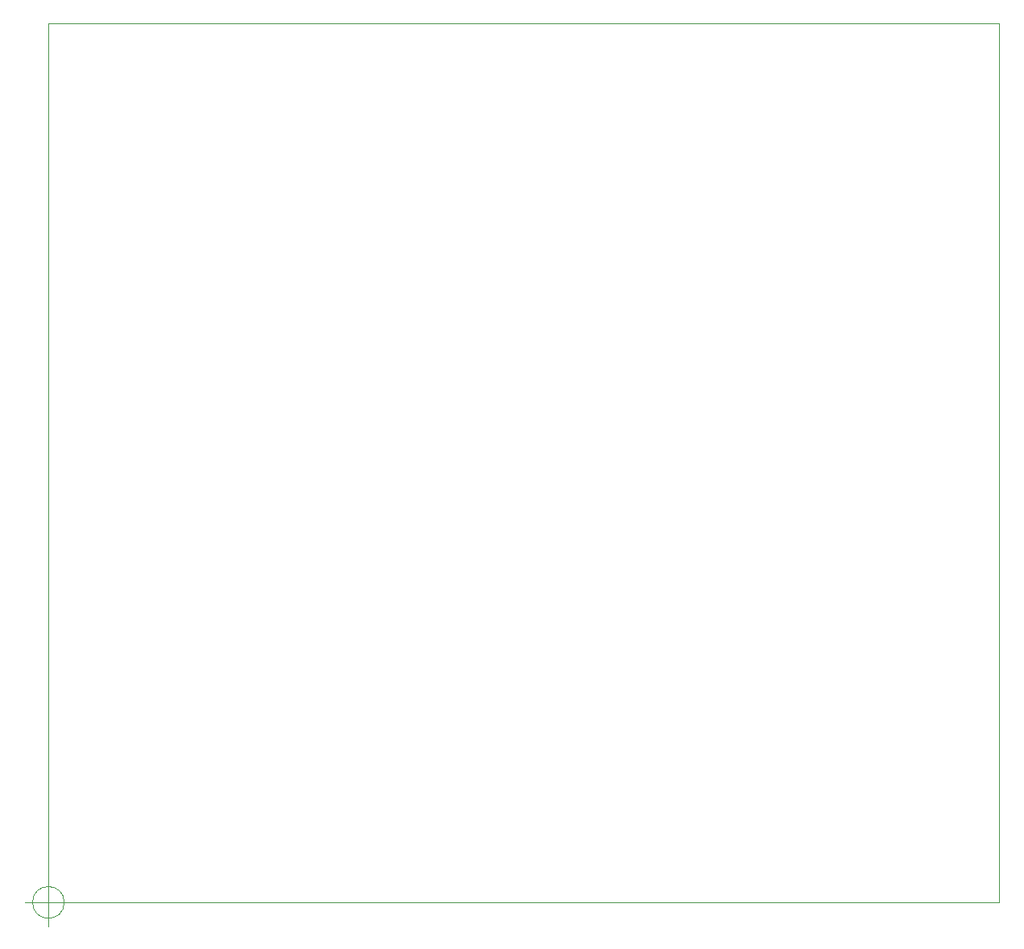
<source format=gbr>
%TF.GenerationSoftware,KiCad,Pcbnew,5.1.6-c6e7f7d~87~ubuntu20.04.1*%
%TF.CreationDate,2020-09-17T17:53:29+01:00*%
%TF.ProjectId,pcb-illuminator,7063622d-696c-46c7-956d-696e61746f72,rev?*%
%TF.SameCoordinates,Original*%
%TF.FileFunction,Profile,NP*%
%FSLAX46Y46*%
G04 Gerber Fmt 4.6, Leading zero omitted, Abs format (unit mm)*
G04 Created by KiCad (PCBNEW 5.1.6-c6e7f7d~87~ubuntu20.04.1) date 2020-09-17 17:53:29*
%MOMM*%
%LPD*%
G01*
G04 APERTURE LIST*
%TA.AperFunction,Profile*%
%ADD10C,0.050000*%
%TD*%
G04 APERTURE END LIST*
D10*
X96666666Y-152500000D02*
G75*
G03*
X96666666Y-152500000I-1666666J0D01*
G01*
X92500000Y-152500000D02*
X97500000Y-152500000D01*
X95000000Y-150000000D02*
X95000000Y-155000000D01*
X195000000Y-152500000D02*
X195000000Y-60000000D01*
X95000000Y-152500000D02*
X195000000Y-152500000D01*
X95000000Y-60000000D02*
X95000000Y-152500000D01*
X195000000Y-60000000D02*
X95000000Y-60000000D01*
M02*

</source>
